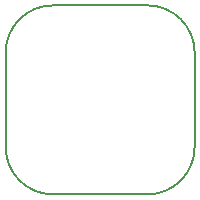
<source format=gm1>
G04 #@! TF.FileFunction,Profile,NP*
%FSLAX46Y46*%
G04 Gerber Fmt 4.6, Leading zero omitted, Abs format (unit mm)*
G04 Created by KiCad (PCBNEW 4.0.1-3.201512221402+6198~38~ubuntu14.04.1-stable) date Tue 01 Mar 2016 11:57:29 AM PST*
%MOMM*%
G01*
G04 APERTURE LIST*
%ADD10C,0.100000*%
%ADD11C,0.150000*%
G04 APERTURE END LIST*
D10*
D11*
X123500000Y-85500000D02*
X123500000Y-93500000D01*
X139500000Y-85500000D02*
X139500000Y-93500000D01*
X135500000Y-97500000D02*
G75*
G03X139500000Y-93500000I0J4000000D01*
G01*
X139500000Y-85500000D02*
G75*
G03X135500000Y-81500000I-4000000J0D01*
G01*
X127500000Y-81500000D02*
G75*
G03X123500000Y-85500000I0J-4000000D01*
G01*
X123500000Y-93500000D02*
G75*
G03X127500000Y-97500000I4000000J0D01*
G01*
X127500000Y-97500000D02*
X135500000Y-97500000D01*
X135500000Y-81500000D02*
X127500000Y-81500000D01*
M02*

</source>
